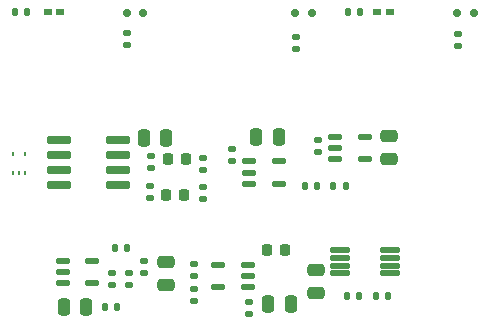
<source format=gbr>
%TF.GenerationSoftware,KiCad,Pcbnew,8.0.6*%
%TF.CreationDate,2024-11-12T19:13:31+01:00*%
%TF.ProjectId,EMG_amplifier,454d475f-616d-4706-9c69-666965722e6b,rev?*%
%TF.SameCoordinates,Original*%
%TF.FileFunction,Paste,Top*%
%TF.FilePolarity,Positive*%
%FSLAX46Y46*%
G04 Gerber Fmt 4.6, Leading zero omitted, Abs format (unit mm)*
G04 Created by KiCad (PCBNEW 8.0.6) date 2024-11-12 19:13:31*
%MOMM*%
%LPD*%
G01*
G04 APERTURE LIST*
G04 Aperture macros list*
%AMRoundRect*
0 Rectangle with rounded corners*
0 $1 Rounding radius*
0 $2 $3 $4 $5 $6 $7 $8 $9 X,Y pos of 4 corners*
0 Add a 4 corners polygon primitive as box body*
4,1,4,$2,$3,$4,$5,$6,$7,$8,$9,$2,$3,0*
0 Add four circle primitives for the rounded corners*
1,1,$1+$1,$2,$3*
1,1,$1+$1,$4,$5*
1,1,$1+$1,$6,$7*
1,1,$1+$1,$8,$9*
0 Add four rect primitives between the rounded corners*
20,1,$1+$1,$2,$3,$4,$5,0*
20,1,$1+$1,$4,$5,$6,$7,0*
20,1,$1+$1,$6,$7,$8,$9,0*
20,1,$1+$1,$8,$9,$2,$3,0*%
G04 Aperture macros list end*
%ADD10RoundRect,0.135000X0.185000X-0.135000X0.185000X0.135000X-0.185000X0.135000X-0.185000X-0.135000X0*%
%ADD11RoundRect,0.135000X0.135000X0.185000X-0.135000X0.185000X-0.135000X-0.185000X0.135000X-0.185000X0*%
%ADD12RoundRect,0.225000X-0.225000X-0.250000X0.225000X-0.250000X0.225000X0.250000X-0.225000X0.250000X0*%
%ADD13RoundRect,0.147500X0.457500X0.147500X-0.457500X0.147500X-0.457500X-0.147500X0.457500X-0.147500X0*%
%ADD14RoundRect,0.135000X-0.185000X0.135000X-0.185000X-0.135000X0.185000X-0.135000X0.185000X0.135000X0*%
%ADD15R,0.204000X0.353200*%
%ADD16RoundRect,0.250000X0.250000X0.475000X-0.250000X0.475000X-0.250000X-0.475000X0.250000X-0.475000X0*%
%ADD17RoundRect,0.250000X-0.475000X0.250000X-0.475000X-0.250000X0.475000X-0.250000X0.475000X0.250000X0*%
%ADD18R,0.711200X0.558800*%
%ADD19RoundRect,0.150000X0.150000X0.200000X-0.150000X0.200000X-0.150000X-0.200000X0.150000X-0.200000X0*%
%ADD20RoundRect,0.225000X0.225000X0.250000X-0.225000X0.250000X-0.225000X-0.250000X0.225000X-0.250000X0*%
%ADD21RoundRect,0.125000X0.687500X0.125000X-0.687500X0.125000X-0.687500X-0.125000X0.687500X-0.125000X0*%
%ADD22RoundRect,0.147500X-0.457500X-0.147500X0.457500X-0.147500X0.457500X0.147500X-0.457500X0.147500X0*%
%ADD23RoundRect,0.135000X-0.135000X-0.185000X0.135000X-0.185000X0.135000X0.185000X-0.135000X0.185000X0*%
%ADD24RoundRect,0.250000X0.475000X-0.250000X0.475000X0.250000X-0.475000X0.250000X-0.475000X-0.250000X0*%
%ADD25RoundRect,0.075000X-0.910000X-0.225000X0.910000X-0.225000X0.910000X0.225000X-0.910000X0.225000X0*%
%ADD26RoundRect,0.140000X-0.170000X0.140000X-0.170000X-0.140000X0.170000X-0.140000X0.170000X0.140000X0*%
%ADD27RoundRect,0.250000X-0.250000X-0.475000X0.250000X-0.475000X0.250000X0.475000X-0.250000X0.475000X0*%
G04 APERTURE END LIST*
D10*
%TO.C,R11*%
X27986200Y-35266400D03*
X27986200Y-36286400D03*
%TD*%
D11*
%TO.C,R13*%
X47880000Y-37200000D03*
X48900000Y-37200000D03*
%TD*%
D12*
%TO.C,C2*%
X34265000Y-25600000D03*
X32715000Y-25600000D03*
%TD*%
D13*
%TO.C,U3*%
X36982800Y-36453200D03*
X36982800Y-34553200D03*
X39492800Y-34553200D03*
X39492800Y-35503200D03*
X39492800Y-36453200D03*
%TD*%
D14*
%TO.C,R20*%
X34925400Y-37603200D03*
X34925400Y-36583200D03*
%TD*%
D15*
%TO.C,U7*%
X19605002Y-25192000D03*
X20605000Y-25192000D03*
X20605000Y-26840602D03*
X20105001Y-26840602D03*
X19605002Y-26840602D03*
%TD*%
D16*
%TO.C,C9*%
X42100000Y-23750000D03*
X40200000Y-23750000D03*
%TD*%
D14*
%TO.C,R22*%
X30729400Y-35270400D03*
X30729400Y-34250400D03*
%TD*%
D11*
%TO.C,R4*%
X20839200Y-13193800D03*
X19819200Y-13193800D03*
%TD*%
D10*
%TO.C,R9*%
X35670000Y-25500000D03*
X35670000Y-26520000D03*
%TD*%
D11*
%TO.C,R3*%
X48989200Y-13150800D03*
X47969200Y-13150800D03*
%TD*%
D14*
%TO.C,R16*%
X38200000Y-25800000D03*
X38200000Y-24780000D03*
%TD*%
D17*
%TO.C,C8*%
X51430400Y-25609400D03*
X51430400Y-23709400D03*
%TD*%
D18*
%TO.C,L1*%
X51519200Y-13150800D03*
X50477800Y-13150800D03*
%TD*%
D19*
%TO.C,D1*%
X57219200Y-13250800D03*
X58619200Y-13250800D03*
%TD*%
D20*
%TO.C,C5*%
X41120000Y-33320000D03*
X42670000Y-33320000D03*
%TD*%
D10*
%TO.C,R19*%
X39619400Y-37728200D03*
X39619400Y-38748200D03*
%TD*%
D19*
%TO.C,D3*%
X43519200Y-13250800D03*
X44919200Y-13250800D03*
%TD*%
D21*
%TO.C,U2*%
X51560000Y-35300000D03*
X51560000Y-34650000D03*
X51560000Y-34000000D03*
X51560000Y-33350000D03*
X47335000Y-33350000D03*
X47335000Y-34000000D03*
X47335000Y-34650000D03*
X47335000Y-35300000D03*
%TD*%
D22*
%TO.C,U5*%
X49383200Y-23723800D03*
X49383200Y-25623800D03*
X46873200Y-25623800D03*
X46873200Y-24673800D03*
X46873200Y-23723800D03*
%TD*%
%TO.C,U6*%
X39619400Y-25822600D03*
X39619400Y-26772600D03*
X39619400Y-27722600D03*
X42129400Y-27722600D03*
X42129400Y-25822600D03*
%TD*%
D14*
%TO.C,R15*%
X45450000Y-25020000D03*
X45450000Y-24000000D03*
%TD*%
D16*
%TO.C,C4*%
X23896800Y-38162000D03*
X25796800Y-38162000D03*
%TD*%
D10*
%TO.C,R8*%
X35680000Y-28000000D03*
X35680000Y-29020000D03*
%TD*%
D23*
%TO.C,R23*%
X45357800Y-27925800D03*
X44337800Y-27925800D03*
%TD*%
D17*
%TO.C,C10*%
X45240000Y-35050000D03*
X45240000Y-36950000D03*
%TD*%
D24*
%TO.C,C11*%
X32558200Y-34357000D03*
X32558200Y-36257000D03*
%TD*%
D10*
%TO.C,R6*%
X31240000Y-28930000D03*
X31240000Y-27910000D03*
%TD*%
D23*
%TO.C,R24*%
X47772800Y-27925800D03*
X46752800Y-27925800D03*
%TD*%
D10*
%TO.C,R2*%
X29269200Y-15950800D03*
X29269200Y-14930800D03*
%TD*%
D16*
%TO.C,C7*%
X30700000Y-23810000D03*
X32600000Y-23810000D03*
%TD*%
D25*
%TO.C,U8*%
X28479000Y-24049000D03*
X28479000Y-25319000D03*
X28479000Y-26589000D03*
X28479000Y-27859000D03*
X23539000Y-27859000D03*
X23539000Y-26589000D03*
X23539000Y-25319000D03*
X23539000Y-24049000D03*
%TD*%
D10*
%TO.C,R5*%
X43556400Y-16318000D03*
X43556400Y-15298000D03*
%TD*%
D19*
%TO.C,D2*%
X29253200Y-13270000D03*
X30653200Y-13270000D03*
%TD*%
D18*
%TO.C,L2*%
X22569200Y-13193800D03*
X23610600Y-13193800D03*
%TD*%
D22*
%TO.C,U1*%
X26330600Y-34230000D03*
X26330600Y-36130000D03*
X23820600Y-36130000D03*
X23820600Y-35180000D03*
X23820600Y-34230000D03*
%TD*%
D26*
%TO.C,C3*%
X29434000Y-36257000D03*
X29434000Y-35297000D03*
%TD*%
D27*
%TO.C,C6*%
X43145000Y-37933400D03*
X41245000Y-37933400D03*
%TD*%
D23*
%TO.C,R12*%
X51370000Y-37220000D03*
X50350000Y-37220000D03*
%TD*%
%TO.C,R21*%
X29311000Y-33132800D03*
X28291000Y-33132800D03*
%TD*%
D11*
%TO.C,R10*%
X27398000Y-38162000D03*
X28418000Y-38162000D03*
%TD*%
D10*
%TO.C,R7*%
X31260000Y-25370000D03*
X31260000Y-26390000D03*
%TD*%
D14*
%TO.C,R14*%
X34925400Y-35547800D03*
X34925400Y-34527800D03*
%TD*%
D10*
%TO.C,R1*%
X57269200Y-16070800D03*
X57269200Y-15050800D03*
%TD*%
D12*
%TO.C,C1*%
X34100000Y-28700000D03*
X32550000Y-28700000D03*
%TD*%
M02*

</source>
